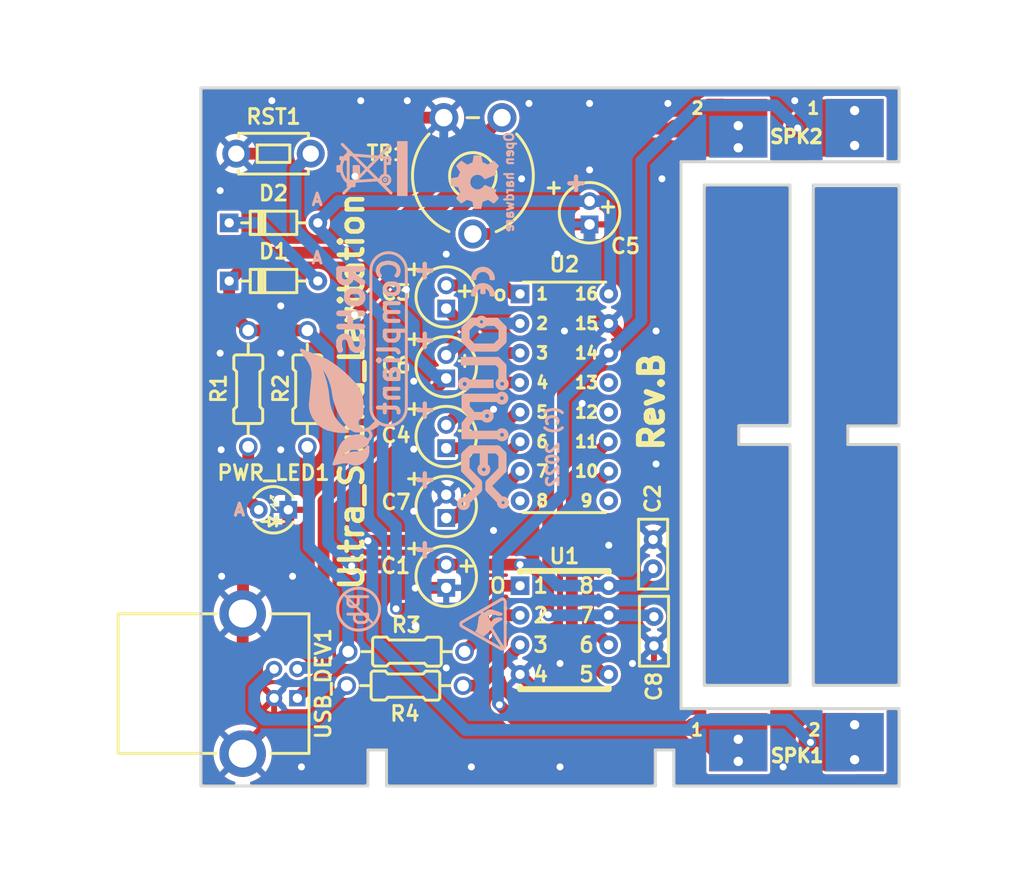
<source format=kicad_pcb>
(kicad_pcb (version 20221018) (generator pcbnew)
  (title_block (title "Ultra Sound Livitation") (date "25.08.2022") (rev "A") (company "OLIMEX LTD, Bulgaria") (comment 1 "(C) 2022"))
  (layers (0 "F.Cu" signal) (31 "B.Cu" signal) (34 "B.Paste" user) (35 "F.Paste" user) (36 "B.SilkS" user "B.Silkscreen") (37 "F.SilkS" user "F.Silkscreen") (38 "B.Mask" user) (39 "F.Mask" user) (44 "Edge.Cuts" user))
  (net 0 "")
  (net 1 "Net-(C1-Pad1)")
  (net 2 "GND")
  (net 3 "Net-(C3-Pad2)")
  (net 4 "Net-(C4-Pad2)")
  (net 5 "Net-(C4-Pad1)")
  (net 6 "Net-(D1-Pad2)")
  (net 7 "+5V")
  (net 8 "Net-(C6-Pad1)")
  (net 9 "PB1_OCOB")
  (net 10 "PB0_OC0A")
  (net 11 "spout1")
  (net 12 "spout2")
  (net 13 "Net-(PWR_LED1-Pad2)")
  (net 14 "Net-(C8-Pad1)")
  (net 15 "Net-(RST1-Pad2)")
  (net 16 "Net-(C3-Pad1)")
  (net 17 "Net-(C7-Pad2)")
  (net 18 "Net-(U2-Pad13)")
  (net 19 "Net-(U2-Pad12)")
  (net 20 "Net-(U2-Pad9)")
  (net 21 "Net-(U2-Pad8)")
  (net 22 "Net-(R2-Pad2)")
  (net 23 "Net-(R3-Pad2)")
  (net 24 "Net-(R4-Pad2)")
  (net 25 "Net-(R4-Pad1)")
  (footprint "OLIMEX_LEDs-FP:LED-3mm-PTH-KA" (layer "F.Cu") (at 150 89.662 180)
    (fp_text reference "PWR_LED1" (at 0 3.175) (layer "F.SilkS") (effects (font (size 1.27 1.27) (thickness 0.254))))
    (fp_text value "LED/3mm/Green")
    (pad "1" thru_hole rect (at -1.27 0 180) (size 1.524 1.524) (drill 0.8) (layers "*.Cu" "*.Mask") (net 2 "GND"))
    (pad "2" thru_hole circle (at 1.27 0 180) (size 1.524 1.524) (drill 0.8) (layers "*.Cu" "*.Mask") (net 13 "Net-(PWR_LED1-Pad2)"))
  )
  (footprint "OLIMEX_RLC-FP:R_0.25W_PTH" (layer "F.Cu") (at 161.417 101.854)
    (fp_text reference "R3" (at 0 -2.286) (layer "F.SilkS") (effects (font (size 1.27 1.27) (thickness 0.254))))
    (fp_text value "22R/0.25W")
    (pad "1" thru_hole circle (at -5 0) (size 1.6 1.6) (drill 1) (layers "*.Cu" "*.Mask") (net 22 "Net-(R2-Pad2)"))
    (pad "2" thru_hole circle (at 5 0) (size 1.6 1.6) (drill 1) (layers "*.Cu" "*.Mask") (net 23 "Net-(R3-Pad2)"))
  )
  (footprint "OLIMEX_RLC-FP:R_0.25W_PTH" (layer "F.Cu") (at 161.29 104.775)
    (fp_text reference "R4" (at 0 2.413) (layer "F.SilkS") (effects (font (size 1.27 1.27) (thickness 0.254))))
    (fp_text value "22R/0.25W")
    (pad "1" thru_hole circle (at -5 0) (size 1.6 1.6) (drill 1) (layers "*.Cu" "*.Mask") (net 25 "Net-(R4-Pad1)"))
    (pad "2" thru_hole circle (at 5 0) (size 1.6 1.6) (drill 1) (layers "*.Cu" "*.Mask") (net 24 "Net-(R4-Pad2)"))
  )
  (footprint "OLIMEX_Buttons-FP:T1101_GP-6x3x4.3" (layer "F.Cu") (at 150 59.055)
    (fp_text reference "RST1" (at 0 -3.175) (layer "F.SilkS") (effects (font (size 1.27 1.27) (thickness 0.254))))
    (fp_text value "T1101GP(6x3x4.3mm)")
    (pad "1" thru_hole circle (at -3.2 0) (size 2.4 2.4) (drill 1.4) (layers "*.Cu" "*.Mask") (net 2 "GND"))
    (pad "2" thru_hole circle (at 3.2 0) (size 2.4 2.4) (drill 1.4) (layers "*.Cu" "*.Mask") (net 15 "Net-(RST1-Pad2)"))
  )
  (footprint "OLIMEX_Devices-FP:TRIM_PIHER_PT10LV" (layer "F.Cu") (at 167.132 60.96 180)
    (fp_text reference "TR1" (at 7.382 1.96) (layer "F.SilkS") (effects (font (size 1.27 1.27) (thickness 0.254))))
    (fp_text value "TRIM PIHER PT10LV 10K+KNOB")
    (pad "1" thru_hole circle (at -2.5 5 180) (size 2.5 2.5) (drill 1.5) (layers "*.Cu" "*.Mask") (net 1 "Net-(C1-Pad1)"))
    (pad "2" thru_hole circle (at 0 -5 180) (size 2.5 2.5) (drill 1.5) (layers "*.Cu" "*.Mask") (net 14 "Net-(C8-Pad1)"))
    (pad "3" thru_hole circle (at 2.5 5 180) (size 2.5 2.5) (drill 1.5) (layers "*.Cu" "*.Mask") (net 2 "GND"))
  )
  (footprint "OLIMEX_RLC-FP:R_0.25W_PTH" (layer "F.Cu") (at 152.908 79.248 -90)
    (fp_text reference "R2" (at 0 2.286 90) (layer "F.SilkS") (effects (font (size 1.27 1.27) (thickness 0.254))))
    (fp_text value "1.5k/0.25W")
    (pad "1" thru_hole circle (at -5 0 270) (size 1.6 1.6) (drill 1) (layers "*.Cu" "*.Mask") (net 1 "Net-(C1-Pad1)"))
    (pad "2" thru_hole circle (at 5 0 270) (size 1.6 1.6) (drill 1) (layers "*.Cu" "*.Mask") (net 22 "Net-(R2-Pad2)"))
  )
  (footprint "OLIMEX_RLC-FP:R_0.25W_PTH" (layer "F.Cu") (at 147.828 79.248 -90)
    (fp_text reference "R1" (at 0 2.54 90) (layer "F.SilkS") (effects (font (size 1.27 1.27) (thickness 0.254))))
    (fp_text value "1.5k/0.25W")
    (pad "1" thru_hole circle (at -5 0 270) (size 1.6 1.6) (drill 1) (layers "*.Cu" "*.Mask") (net 1 "Net-(C1-Pad1)"))
    (pad "2" thru_hole circle (at 5 0 270) (size 1.6 1.6) (drill 1) (layers "*.Cu" "*.Mask") (net 13 "Net-(PWR_LED1-Pad2)"))
  )
  (footprint "OLIMEX_RLC-FP:CPOL-RM2mm_5x11mm_PTH" (layer "F.Cu") (at 177.165 64.135 -90)
    (fp_text reference "C5" (at 2.865 -3.085 180) (layer "F.SilkS") (effects (font (size 1.27 1.27) (thickness 0.254))))
    (fp_text value "4.7uF/50V")
    (fp_text user "+" (at -0.5 -1.5 90) (layer "F.SilkS") (effects (font (size 1.27 1.27) (thickness 0.254))))
    (fp_text user "+" (at -2.135 3.165 90) (layer "F.SilkS") (effects (font (size 1.27 1.27) (thickness 0.254))))
    (pad "1" thru_hole circle (at -1 0 270) (size 1.524 1.524) (drill 0.9) (layers "*.Cu" "*.Mask") (net 7 "+5V"))
    (pad "2" thru_hole rect (at 1 0 270) (size 1.524 1.524) (drill 0.9) (layers "*.Cu" "*.Mask") (net 2 "GND"))
  )
  (footprint "OLIMEX_RLC-FP:CPOL-RM2mm_5x11mm_PTH" (layer "F.Cu") (at 164.846 71.37 -90)
    (fp_text reference "C3" (at -0.37 4.318 180) (layer "F.SilkS") (effects (font (size 1.27 1.27) (thickness 0.254))))
    (fp_text value "4.7uF/50V")
    (fp_text user "+" (at -2.37 2.846 90) (layer "F.SilkS") (effects (font (size 1.27 1.27) (thickness 0.254))))
    (fp_text user "+" (at -0.5 -1.5 90) (layer "F.SilkS") (effects (font (size 1.27 1.27) (thickness 0.254))))
    (pad "1" thru_hole circle (at -1 0 270) (size 1.524 1.524) (drill 0.9) (layers "*.Cu" "*.Mask") (net 16 "Net-(C3-Pad1)"))
    (pad "2" thru_hole rect (at 1 0 270) (size 1.524 1.524) (drill 0.9) (layers "*.Cu" "*.Mask") (net 3 "Net-(C3-Pad2)"))
  )
  (footprint "OLIMEX_IC-FP:PDIP-8" (layer "F.Cu") (at 175 100)
    (fp_text reference "U1" (at 0 -6.35) (layer "F.SilkS") (effects (font (size 1.27 1.27) (thickness 0.254))))
    (fp_text value "ATtiny85-20PU+(DIL-8)")
    (fp_text user "3" (at -2.032 1.27) (layer "F.SilkS") (effects (font (size 1.27 1.27) (thickness 0.254))))
    (fp_text user "6" (at 1.905 1.27) (layer "F.SilkS") (effects (font (size 1.27 1.27) (thickness 0.254))))
    (fp_text user "2" (at -2.032 -1.27) (layer "F.SilkS") (effects (font (size 1.27 1.27) (thickness 0.254))))
    (fp_text user "4" (at -2.032 3.81) (layer "F.SilkS") (effects (font (size 1.27 1.27) (thickness 0.254))))
    (fp_text user "7" (at 1.905 -1.27) (layer "F.SilkS") (effects (font (size 1.27 1.27) (thickness 0.254))))
    (fp_text user "8" (at 1.905 -3.81) (layer "F.SilkS") (effects (font (size 1.27 1.27) (thickness 0.254))))
    (fp_text user "5" (at 1.905 3.81) (layer "F.SilkS") (effects (font (size 1.27 1.27) (thickness 0.254))))
    (fp_text user "O" (at -5.715 -3.81) (layer "F.SilkS") (effects (font (size 1.27 1.27) (thickness 0.254))))
    (fp_text user "1" (at -2.032 -3.81) (layer "F.SilkS") (effects (font (size 1.27 1.27) (thickness 0.254))))
    (pad "1" thru_hole rect (at -3.81 -3.81 270) (size 1.6 1.6) (drill 0.8) (layers "*.Cu" "*.Mask") (net 15 "Net-(RST1-Pad2)"))
    (pad "2" thru_hole circle (at -3.81 -1.27 270) (size 1.6 1.6) (drill 0.8) (layers "*.Cu" "*.Mask") (net 23 "Net-(R3-Pad2)"))
    (pad "3" thru_hole circle (at -3.81 1.27 270) (size 1.6 1.6) (drill 0.8) (layers "*.Cu" "*.Mask") (net 24 "Net-(R4-Pad2)"))
    (pad "4" thru_hole circle (at -3.81 3.81 270) (size 1.6 1.6) (drill 0.8) (layers "*.Cu" "*.Mask") (net 2 "GND"))
    (pad "5" thru_hole circle (at 3.81 3.81 270) (size 1.6 1.6) (drill 0.8) (layers "*.Cu" "*.Mask") (net 10 "PB0_OC0A"))
    (pad "6" thru_hole circle (at 3.81 1.27 270) (size 1.6 1.6) (drill 0.8) (layers "*.Cu" "*.Mask") (net 9 "PB1_OCOB"))
    (pad "7" thru_hole circle (at 3.81 -1.27 270) (size 1.6 1.6) (drill 0.8) (layers "*.Cu" "*.Mask") (net 14 "Net-(C8-Pad1)"))
    (pad "8" thru_hole circle (at 3.81 -3.81 270) (size 1.6 1.6) (drill 0.8) (layers "*.Cu" "*.Mask") (net 1 "Net-(C1-Pad1)"))
  )
  (footprint "OLIMEX_IC-FP:PDIP-16" (layer "F.Cu") (at 175 80)
    (fp_text reference "U2" (at 0 -11.43) (layer "F.SilkS") (effects (font (size 1.27 1.27) (thickness 0.254))))
    (fp_text value "MAX232EN+(DIL-16)")
    (fp_text user "13" (at 1.905 -1.27) (layer "F.SilkS") (effects (font (size 1.016 1.016) (thickness 0.254))))
    (fp_text user "11" (at 1.905 3.81) (layer "F.SilkS") (effects (font (size 1.016 1.016) (thickness 0.254))))
    (fp_text user "7" (at -1.905 6.35) (layer "F.SilkS") (effects (font (size 1.016 1.016) (thickness 0.254))))
    (fp_text user "15" (at 1.905 -6.35) (layer "F.SilkS") (effects (font (size 1.016 1.016) (thickness 0.254))))
    (fp_text user "3" (at -1.905 -3.81) (layer "F.SilkS") (effects (font (size 1.016 1.016) (thickness 0.254))))
    (fp_text user "14" (at 1.905 -3.81) (layer "F.SilkS") (effects (font (size 1.016 1.016) (thickness 0.254))))
    (fp_text user "4" (at -1.905 -1.27) (layer "F.SilkS") (effects (font (size 1.016 1.016) (thickness 0.254))))
    (fp_text user "6" (at -1.905 3.81) (layer "F.SilkS") (effects (font (size 1.016 1.016) (thickness 0.254))))
    (fp_text user "5" (at -1.905 1.27) (layer "F.SilkS") (effects (font (size 1.016 1.016) (thickness 0.254))))
    (fp_text user "o" (at -5.53 -8.95) (layer "F.SilkS") (effects (font (size 1.27 1.27) (thickness 0.254))))
    (fp_text user "16" (at 1.905 -8.89) (layer "F.SilkS") (effects (font (size 1.016 1.016) (thickness 0.254))))
    (fp_text user "8" (at -1.905 8.89) (layer "F.SilkS") (effects (font (size 1.016 1.016) (thickness 0.254))))
    (fp_text user "10" (at 1.905 6.35) (layer "F.SilkS") (effects (font (size 1.016 1.016) (thickness 0.254))))
    (fp_text user "2" (at -1.905 -6.35) (layer "F.SilkS") (effects (font (size 1.016 1.016) (thickness 0.254))))
    (fp_text user "9" (at 1.905 8.89) (layer "F.SilkS") (effects (font (size 1.016 1.016) (thickness 0.254))))
    (fp_text user "1" (at -1.905 -8.89) (layer "F.SilkS") (effects (font (size 1.016 1.016) (thickness 0.254))))
    (fp_text user "12" (at 1.905 1.27) (layer "F.SilkS") (effects (font (size 1.016 1.016) (thickness 0.254))))
    (pad "1" thru_hole rect (at -3.81 -8.89) (size 1.6 1.6) (drill 0.8) (layers "*.Cu" "*.Mask") (net 16 "Net-(C3-Pad1)"))
    (pad "2" thru_hole circle (at -3.81 -6.35) (size 1.6 1.6) (drill 0.8) (layers "*.Cu" "*.Mask") (net 8 "Net-(C6-Pad1)"))
    (pad "3" thru_hole circle (at -3.81 -3.81) (size 1.6 1.6) (drill 0.8) (layers "*.Cu" "*.Mask") (net 3 "Net-(C3-Pad2)"))
    (pad "4" thru_hole circle (at -3.84 -1.27) (size 1.6 1.6) (drill 0.8) (layers "*.Cu" "*.Mask") (net 5 "Net-(C4-Pad1)"))
    (pad "5" thru_hole circle (at -3.81 1.27) (size 1.6 1.6) (drill 0.8) (layers "*.Cu" "*.Mask") (net 4 "Net-(C4-Pad2)"))
    (pad "6" thru_hole circle (at -3.81 3.81) (size 1.6 1.6) (drill 0.8) (layers "*.Cu" "*.Mask") (net 17 "Net-(C7-Pad2)"))
    (pad "7" thru_hole circle (at -3.81 6.35) (size 1.6 1.6) (drill 0.8) (layers "*.Cu" "*.Mask") (net 12 "spout2"))
    (pad "8" thru_hole circle (at -3.81 8.89) (size 1.6 1.6) (drill 0.8) (layers "*.Cu" "*.Mask") (net 21 "Net-(U2-Pad8)"))
    (pad "9" thru_hole circle (at 3.81 8.89) (size 1.6 1.6) (drill 0.8) (layers "*.Cu" "*.Mask") (net 20 "Net-(U2-Pad9)"))
    (pad "10" thru_hole circle (at 3.81 6.35) (size 1.6 1.6) (drill 0.8) (layers "*.Cu" "*.Mask") (net 9 "PB1_OCOB"))
    (pad "11" thru_hole circle (at 3.78 3.81) (size 1.6 1.6) (drill 0.8) (layers "*.Cu" "*.Mask") (net 10 "PB0_OC0A"))
    (pad "12" thru_hole circle (at 3.81 1.27) (size 1.6 1.6) (drill 0.8) (layers "*.Cu" "*.Mask") (net 19 "Net-(U2-Pad12)"))
    (pad "13" thru_hole circle (at 3.81 -1.27) (size 1.6 1.6) (drill 0.8) (layers "*.Cu" "*.Mask") (net 18 "Net-(U2-Pad13)"))
    (pad "14" thru_hole circle (at 3.81 -3.81) (size 1.6 1.6) (drill 0.8) (layers "*.Cu" "*.Mask") (net 11 "spout1"))
    (pad "15" thru_hole circle (at 3.81 -6.35) (size 1.6 1.6) (drill 0.8) (layers "*.Cu" "*.Mask") (net 2 "GND"))
    (pad "16" thru_hole circle (at 3.81 -8.89) (size 1.6 1.6) (drill 0.8) (layers "*.Cu" "*.Mask") (net 7 "+5V"))
  )
  (footprint "OLIMEX_Diodes-FP:DO35_1K_2A" (layer "F.Cu") (at 150 70)
    (fp_text reference "D1" (at 0 -2.54) (layer "F.SilkS") (effects (font (size 1.27 1.27) (thickness 0.254))))
    (fp_text value "1N4148/DO35")
    (pad "1" thru_hole rect (at -3.81 0) (size 1.6 1.6) (drill 0.8) (layers "*.Cu" "*.Mask") (net 1 "Net-(C1-Pad1)"))
    (pad "2" thru_hole circle (at 3.81 0) (size 1.6 1.6) (drill 0.8) (layers "*.Cu" "*.Mask") (net 6 "Net-(D1-Pad2)"))
  )
  (footprint "OLIMEX_Diodes-FP:DO35_1K_2A" (layer "F.Cu") (at 150 65)
    (fp_text reference "D2" (at 0 -2.54) (layer "F.SilkS") (effects (font (size 1.27 1.27) (thickness 0.254))))
    (fp_text value "1N4148/DO35")
    (pad "1" thru_hole rect (at -3.81 0) (size 1.6 1.6) (drill 0.8) (layers "*.Cu" "*.Mask") (net 6 "Net-(D1-Pad2)"))
    (pad "2" thru_hole circle (at 3.81 0) (size 1.6 1.6) (drill 0.8) (layers "*.Cu" "*.Mask") (net 7 "+5V"))
  )
  (footprint "OLIMEX_RLC-FP:C2010" (layer "F.Cu") (at 182.7 100.1 -90)
    (fp_text reference "C8" (at 4.75 0 270) (layer "F.SilkS") (effects (font (size 1.27 1.27) (thickness 0.254))))
    (fp_text value "100nF/25V/2010")
    (pad "1" thru_hole circle (at -1.25 0 270) (size 1.6 1.6) (drill 0.8) (layers "*.Cu" "*.Mask") (net 14 "Net-(C8-Pad1)"))
    (pad "2" thru_hole circle (at 1.25 0 270) (size 1.6 1.6) (drill 0.8) (layers "*.Cu" "*.Mask") (net 2 "GND"))
  )
  (footprint "OLIMEX_RLC-FP:CPOL-RM2mm_5x11mm_PTH" (layer "F.Cu") (at 164.846 95.37 -90)
    (fp_text reference "C1" (at -0.87 4.346 180) (layer "F.SilkS") (effects (font (size 1.27 1.27) (thickness 0.254))))
    (fp_text value "4.7uF/50V")
    (fp_text user "+" (at -0.87 -1.654 90) (layer "F.SilkS") (effects (font (size 1.27 1.27) (thickness 0.254))))
    (fp_text user "+" (at -2.37 2.846 90) (layer "F.SilkS") (effects (font (size 1.27 1.27) (thickness 0.254))))
    (pad "1" thru_hole circle (at -1 0 270) (size 1.524 1.524) (drill 0.9) (layers "*.Cu" "*.Mask") (net 1 "Net-(C1-Pad1)"))
    (pad "2" thru_hole rect (at 1 0 270) (size 1.524 1.524) (drill 0.9) (layers "*.Cu" "*.Mask") (net 2 "GND"))
  )
  (footprint "OLIMEX_Devices-FP:SPEAKER_ULTRASONIC" (layer "F.Cu") (at 194.945 65.85 180)
    (fp_text reference "SPK2" (at 0 8.255) (layer "F.SilkS") (effects (font (size 1.143 1.143) (thickness 0.28575))))
    (fp_text value "ULTRASONIC?")
    (fp_text user "2" (at 8.495 10.7) (layer "F.SilkS") (effects (font (size 1.016 1.016) (thickness 0.254))))
    (fp_text user "1" (at -1.455 10.7) (layer "F.SilkS") (effects (font (size 1.016 1.016) (thickness 0.254))))
    (pad "1" thru_hole circle (at -5 7.5 180) (size 1.2 1.2) (drill 0.8) (layers "*.Cu" "*.Mask") (net 11 "spout1"))
    (pad "1" smd rect (at -5 9 180) (size 5 5) (layers "F.Cu") (net 11 "spout1"))
    (pad "1" smd rect (at -5 9 180) (size 5 5) (layers "B.Cu") (net 11 "spout1"))
    (pad "1" thru_hole circle (at -5 10.5 180) (size 1.2 1.2) (drill 0.8) (layers "*.Cu" "*.Mask") (net 11 "spout1"))
    (pad "2" thru_hole circle (at 5 7.3 180) (size 1.2 1.2) (drill 0.8) (layers "*.Cu" "*.Mask") (net 12 "spout2"))
    (pad "2" smd rect (at 5 8.25 180) (size 5 3.6) (layers "B.Cu") (net 12 "spout2"))
    (pad "2" smd rect (at 5 9 180) (size 5 5) (layers "F.Cu") (net 12 "spout2"))
    (pad "2" thru_hole circle (at 5 9.2 180) (size 1.2 1.2) (drill 0.8) (layers "*.Cu" "*.Mask") (net 12 "spout2"))
  )
  (footprint "OLIMEX_RLC-FP:CPOL-RM2mm_5x11mm_PTH" (layer "F.Cu") (at 164.846 77.37 -90)
    (fp_text reference "C6" (at -0.12 4.318 180) (layer "F.SilkS") (effects (font (size 1.27 1.27) (thickness 0.254))))
    (fp_text value "4.7uF/50V")
    (fp_text user "+" (at -2.37 2.846 90) (layer "F.SilkS") (effects (font (size 1.27 1.27) (thickness 0.254))))
    (fp_text user "+" (at -0.5 -1.5 90) (layer "F.SilkS") (effects (font (size 1.27 1.27) (thickness 0.254))))
    (pad "1" thru_hole circle (at -1 0 270) (size 1.524 1.524) (drill 0.9) (layers "*.Cu" "*.Mask") (net 8 "Net-(C6-Pad1)"))
    (pad "2" thru_hole rect (at 1 0 270) (size 1.524 1.524) (drill 0.9) (layers "*.Cu" "*.Mask") (net 7 "+5V"))
  )
  (footprint "OLIMEX_RLC-FP:CPOL-RM2mm_5x11mm_PTH" (layer "F.Cu") (at 164.846 89.37 -90)
    (fp_text reference "C7" (at -0.37 4.318 180) (layer "F.SilkS") (effects (font (size 1.27 1.27) (thickness 0.254))))
    (fp_text value "4.7uF/50V")
    (fp_text user "+" (at -0.5 -1.5 90) (layer "F.SilkS") (effects (font (size 1.27 1.27) (thickness 0.254))))
    (fp_text user "+" (at -2.37 2.846 90) (layer "F.SilkS") (effects (font (size 1.27 1.27) (thickness 0.254))))
    (pad "1" thru_hole circle (at -1 0 270) (size 1.524 1.524) (drill 0.9) (layers "*.Cu" "*.Mask") (net 2 "GND"))
    (pad "2" thru_hole rect (at 1 0 270) (size 1.524 1.524) (drill 0.9) (layers "*.Cu" "*.Mask") (net 17 "Net-(C7-Pad2)"))
  )
  (footprint "OLIMEX_RLC-FP:CPOL-RM2mm_5x11mm_PTH" (layer "F.Cu") (at 164.846 83.37 -90)
    (fp_text reference "C4" (at -0.12 4.318 180) (layer "F.SilkS") (effects (font (size 1.27 1.27) (thickness 0.254))))
    (fp_text value "4.7uF/50V")
    (fp_text user "+" (at -2.37 2.846 90) (layer "F.SilkS") (effects (font (size 1.27 1.27) (thickness 0.254))))
    (fp_text user "+" (at -0.5 -1.5 90) (layer "F.SilkS") (effects (font (size 1.27 1.27) (thickness 0.254))))
    (pad "1" thru_hole circle (at -1 0 270) (size 1.524 1.524) (drill 0.9) (layers "*.Cu" "*.Mask") (net 5 "Net-(C4-Pad1)"))
    (pad "2" thru_hole rect (at 1 0 270) (size 1.524 1.524) (drill 0.9) (layers "*.Cu" "*.Mask") (net 4 "Net-(C4-Pad2)"))
  )
  (footprint "OLIMEX_Devices-FP:SPEAKER_ULTRASONIC" (layer "F.Cu") (at 194.945 100.638)
    (fp_text reference "SPK1" (at 0.055 10.162) (layer "F.SilkS") (effects (font (size 1.143 1.143) (thickness 0.28575))))
    (fp_text value "ULTRASONIC?")
    (fp_text user "2" (at 1.555 7.947) (layer "F.SilkS") (effects (font (size 1.016 1.016) (thickness 0.254))))
    (fp_text user "1" (at -8.545 7.947) (layer "F.SilkS") (effects (font (size 1.016 1.016) (thickness 0.254))))
    (pad "1" thru_hole circle (at -5 8.75) (size 1.2 1.2) (drill 0.8) (layers "*.Cu" "*.Mask") (net 11 "spout1"))
    (pad "1" smd rect (at -5 9) (size 5 5) (layers "F.Cu") (net 11 "spout1"))
    (pad "1" smd rect (at -5 9.7) (size 5 3.6) (layers "B.Cu") (net 11 "spout1"))
    (pad "1" thru_hole circle (at -5 10.65) (size 1.2 1.2) (drill 0.8) (layers "*.Cu" "*.Mask") (net 11 "spout1"))
    (pad "2" thru_hole circle (at 5 7.5) (size 1.2 1.2) (drill 0.8) (layers "*.Cu" "*.Mask") (net 12 "spout2"))
    (pad "2" smd rect (at 5 9) (size 5 5) (layers "F.Cu") (net 12 "spout2"))
    (pad "2" smd rect (at 5 9) (size 5 5) (layers "B.Cu") (net 12 "spout2"))
    (pad "2" thru_hole circle (at 5 10.5) (size 1.2 1.2) (drill 0.8) (layers "*.Cu" "*.Mask") (net 12 "spout2"))
  )
  (footprint "OLIMEX_RLC-FP:C2010" (layer "F.Cu") (at 182.626 93.472 90)
    (fp_text reference "C2" (at 4.772 -0.026 270) (layer "F.SilkS") (effects (font (size 1.27 1.27) (thickness 0.254))))
    (fp_text value "100nF/25V/2010")
    (pad "1" thru_hole circle (at -1.25 0 90) (size 1.6 1.6) (drill 0.8) (layers "*.Cu" "*.Mask") (net 1 "Net-(C1-Pad1)"))
    (pad "2" thru_hole circle (at 1.25 0 90) (size 1.6 1.6) (drill 0.8) (layers "*.Cu" "*.Mask") (net 2 "GND"))
  )
  (footprint "OLIMEX_Connectors-FP:USB-B(USB-SRWH-4B-LF)" (layer "F.Cu") (at 144.75 104.6 -90)
    (fp_text reference "USB_DEV1" (at 0 -9.525 90) (layer "F.SilkS") (effects (font (size 1.27 1.27) (thickness 0.254))))
    (fp_text value "USB-B(USB-SRWH-4B-LF)")
    (pad "0" thru_hole circle (at -6.02 -2.6 270) (size 4 4) (drill 2.4) (layers "*.Cu" "*.Mask") (net 2 "GND"))
    (pad "0" thru_hole circle (at 6.02 -2.6 270) (size 4 4) (drill 2.4) (layers "*.Cu" "*.Mask") (net 2 "GND"))
    (pad "1" thru_hole rect (at 1.25 -7.3 270) (size 1.4 1.4) (drill 0.8) (layers "*.Cu" "*.Mask") (net 7 "+5V"))
    (pad "2" thru_hole circle (at -1.25 -7.3 270) (size 1.4 1.4) (drill 0.8) (layers "*.Cu" "*.Mask") (net 22 "Net-(R2-Pad2)"))
    (pad "3" thru_hole circle (at -1.25 -5.3 270) (size 1.4 1.4) (drill 0.8) (layers "*.Cu" "*.Mask") (net 25 "Net-(R4-Pad1)"))
    (pad "4" thru_hole circle (at 1.25 -5.3 270) (size 1.4 1.4) (drill 0.8) (layers "*.Cu" "*.Mask") (net 2 "GND"))
  )
  (footprint "OLIMEX_Signs-FP:Logo_OLIMEX_TB" (layer "B.Cu") (at 168 81.5 -90)
    (fp_text reference "Logo_OLIMEX_TB" hide)
    (fp_text value "Logo_OLIMEX_TB" hide)
  )
  (footprint "OLIMEX_Signs-FP:CE_Sign_Small" (layer "B.Cu") (at 168 70.5 -90)
    (fp_text reference "Sign_CE_Small" hide)
    (fp_text value "CE_Sign_Small" hide)
  )
  (footprint "OLIMEX_Signs-FP:Sign_RecycleBin_1" (layer "B.Cu") (at 161.5 58 -90)
    (fp_text reference "Sign_RecycleBin_1" hide)
    (fp_text value "Sign_RecycleBin_1" hide)
  )
  (footprint "OLIMEX_Signs-FP:Sign_OSHW_7.3x6.0mmn" (layer "B.Cu") (at 168 61.5 -90)
    (fp_text reference "Sign_OSHW_7.3x6.0mm" hide)
    (fp_text value "Sign_OSHW_7.3x6.0mm" hide)
    (fp_text user "Open hardware" (at 0 -2.25 270) (layer "B.SilkS") (effects (font (size 0.762 0.762) (thickness 0.1905)) (justify mirror)))
  )
  (footprint "OLIMEX_Signs-FP:Sign_RoHS_1" (layer "B.Cu") (at 160.782 68.58 -90)
    (fp_text reference "Sign_RoHS_1" hide)
    (fp_text value "Sign_RoHS_1" hide)
    (fp_text user "RoHS" (at 3.81508 4.04368 90) (layer "B.SilkS") (effects (font (size 2 2) (thickness 0.5)) (justify mirror)))
    (fp_text user "Compliant" (at 6.20014 0.8382 90) (layer "B.SilkS") (effects (font (size 1.778 1.778) (thickness 0.35)) (justify mirror)))
  )
  (footprint "OLIMEX_Signs-FP:Sign_Antistatic_4.5mmX2.8mm" (layer "B.Cu") (at 168 99.5 -90)
    (fp_text reference "Sign_Antistatic_Small")
    (fp_text value "Sign_Antistatic")
  )
  (footprint "OLIMEX_Signs-FP:Sign_PB-Free" (layer "B.Cu") (at 157 98 90)
    (fp_text reference "Sign_PB-Free")
    (fp_text value "Sign_PB-Free")
    (fp_text user "Pb" (at -0.2032 0.31496 90) (layer "B.SilkS") (effects (font (size 1.7 1.5) (thickness 0.254)) (justify mirror)))
  )
  (gr_line (start 182.813 110.2995) (end 184.413 110.2995) (stroke (width 0.254)) (layer "Edge.Cuts"))
  (gr_line (start 158.113 110.2995) (end 159.713 110.2995) (stroke (width 0.254)) (layer "Edge.Cuts"))
  (gr_line (start 159.713 110.2995) (end 159.713 113.4) (stroke (width 0.254)) (layer "Edge.Cuts"))
  (gr_line (start 159.713 113.4) (end 182.813 113.4) (stroke (width 0.254)) (layer "Edge.Cuts"))
  (gr_line (start 203.763 106.75) (end 203.763 113.4) (stroke (width 0.254)) (layer "Edge.Cuts"))
  (gr_line (start 184.413 110.2995) (end 184.413 113.4) (stroke (width 0.254)) (layer "Edge.Cuts"))
  (gr_line (start 143.763 53.4) (end 143.763 113.4) (stroke (width 0.254)) (layer "Edge.Cuts"))
  (gr_line (start 203.763 82.45) (end 199.36 82.45) (stroke (width 0.254)) (layer "Edge.Cuts"))
  (gr_line (start 199.36 82.45) (end 199.36 84.05) (stroke (width 0.254)) (layer "Edge.Cuts"))
  (gr_line (start 203.763 84.05) (end 199.36 84.05) (stroke (width 0.254)) (layer "Edge.Cuts"))
  (gr_line (start 185.018 59.75) (end 203.763 59.75) (stroke (width 0.254)) (layer "Edge.Cuts"))
  (gr_line (start 203.763 53.4) (end 203.763 59.75) (stroke (width 0.254)) (layer "Edge.Cuts"))
  (gr_line (start 185.018 106.75) (end 203.763 106.75) (stroke (width 0.254)) (layer "Edge.Cuts"))
  (gr_line (start 187.018 61.75) (end 187.018 104.75) (stroke (width 0.254)) (layer "Edge.Cuts"))
  (gr_line (start 187.018 61.75) (end 194.39 61.75) (stroke (width 0.254)) (layer "Edge.Cuts"))
  (gr_line (start 203.763 82.45) (end 203.763 61.75) (stroke (width 0.254)) (layer "Edge.Cuts"))
  (gr_line (start 203.763 104.75) (end 203.763 84.05) (stroke (width 0.254)) (layer "Edge.Cuts"))
  (gr_line (start 194.39 104.75) (end 194.39 84.05) (stroke (width 0.254)) (layer "Edge.Cuts"))
  (gr_line (start 187.018 104.75) (end 194.39 104.75) (stroke (width 0.254)) (layer "Edge.Cuts"))
  (gr_line (start 196.39 61.75) (end 196.39 104.75) (stroke (width 0.254)) (layer "Edge.Cuts"))
  (gr_line (start 196.39 104.75) (end 203.763 104.75) (stroke (width 0.254)) (layer "Edge.Cuts"))
  (gr_line (start 196.39 61.75) (end 203.763 61.75) (stroke (width 0.254)) (layer "Edge.Cuts"))
  (gr_line (start 194.39 82.45) (end 194.39 61.75) (stroke (width 0.254)) (layer "Edge.Cuts"))
  (gr_line (start 194.39 82.45) (end 189.988 82.45) (stroke (width 0.254)) (layer "Edge.Cuts"))
  (gr_line (start 189.988 82.45) (end 189.988 84.05) (stroke (width 0.254)) (layer "Edge.Cuts"))
  (gr_line (start 194.39 84.05) (end 189.988 84.05) (stroke (width 0.254)) (layer "Edge.Cuts"))
  (gr_line (start 143.763 113.4) (end 158.113 113.4) (stroke (width 0.254)) (layer "Edge.Cuts"))
  (gr_line (start 184.413 113.4) (end 203.763 113.4) (stroke (width 0.254)) (layer "Edge.Cuts"))
  (gr_line (start 158.113 110.2995) (end 158.113 113.4) (stroke (width 0.254)) (layer "Edge.Cuts"))
  (gr_line (start 182.813 110.2995) (end 182.813 113.4) (stroke (width 0.254)) (layer "Edge.Cuts"))
  (gr_line (start 143.763 53.4) (end 203.763 53.4) (stroke (width 0.254)) (layer "Edge.Cuts"))
  (gr_line (start 185.018 59.75) (end 185.018 106.75) (stroke (width 0.254)) (layer "Edge.Cuts"))
  (gr_text "+" (at 176 61.5) (layer "B.SilkS") (effects (font (size 1.5 1.5) (thickness 0.375)) (justify mirror)))
  (gr_text "+" (at 163 69) (layer "B.SilkS") (effects (font (size 1.5 1.5) (thickness 0.375)) (justify mirror)))
  (gr_text "+" (at 163 87) (layer "B.SilkS") (effects (font (size 1.5 1.5) (thickness 0.375)) (justify mirror)))
  (gr_text "+" (at 163 93) (layer "B.SilkS") (effects (font (size 1.5 1.5) (thickness 0.375)) (justify mirror)))
  (gr_text "A" (at 147.066 89.662) (layer "B.SilkS") (effects (font (size 1.016 1.016) (thickness 0.254)) (justify mirror)))
  (gr_text "+" (at 163 81) (layer "B.SilkS") (effects (font (size 1.5 1.5) (thickness 0.375)) (justify mirror)))
  (gr_text "+" (at 163 69) (layer "B.SilkS") (effects (font (size 1.5 1.5) (thickness 0.375)) (justify mirror)))
  (gr_text "A" (at 153.75 68) (layer "B.SilkS") (effects (font (size 1 1) (thickness 0.25)) (justify mirror)))
  (gr_text "(C) 2022" (at 174 84.25 90) (layer "B.SilkS") (effects (font (size 1 1) (thickness 0.25)) (justify mirror)))
  (gr_text "A" (at 153.75 63) (layer "B.SilkS") (effects (font (size 1 1) (thickness 0.25)) (justify mirror)))
  (gr_text "+" (at 163 75) (layer "B.SilkS") (effects (font (size 1.5 1.5) (thickness 0.375)) (justify mirror)))
  (gr_text "Ultra_Sound_Levitation" (at 156.718 79.502 90) (layer "F.SilkS") (effects (font (size 2 2) (thickness 0.4))))
  (gr_text "A" (at 147.066 89.662) (layer "F.SilkS") (effects (font (size 1.016 1.016) (thickness 0.254)) (justify mirror)))
  (gr_text "Rev.B" (at 182.499 80.391 90) (layer "F.SilkS") (effects (font (size 2 2) (thickness 0.5))))
  (segment (start 158.028 67.564) (end 169.632 55.96) (width 1.016) (layer "F.Cu") (net 1))
  (segment (start 159.884 94.37) (end 164.846 94.37) (width 1.016) (layer "F.Cu") (net 1))
  (segment (start 147.828 74.248) (end 147.828 74.168) (width 1.016) (layer "F.Cu") (net 1))
  (segment (start 148.626 67.564) (end 158.028 67.564) (width 1.016) (layer "F.Cu") (net 1))
  (segment (start 147.828 74.248) (end 149.686 74.248) (width 1.016) (layer "F.Cu") (net 1))
  (segment (start 159.875 94.361) (end 159.884 94.37) (width 1.016) (layer "F.Cu") (net 1))
  (segment (start 147.828 74.168) (end 146.19 72.53) (width 1.016) (layer "F.Cu") (net 1))
  (segment (start 156.718 94.488) (end 156.845 94.361) (width 1.016) (layer "F.Cu") (net 1))
  (segment (start 147.654 74.248) (end 147.828 74.248) (width 1.016) (layer "F.Cu") (net 1))
  (segment (start 156.845 94.361) (end 159.875 94.361) (width 1.016) (layer "F.Cu") (net 1))
  (segment (start 152.908 74.248) (end 149.686 74.248) (width 1.016) (layer "F.Cu") (net 1))
  (segment (start 171.187 94.37) (end 164.846 94.37) (width 1.016) (layer "F.Cu") (net 1))
  (segment (start 146.19 70) (end 148.626 67.564) (width 1.016) (layer "F.Cu") (net 1))
  (segment (start 146.19 72.53) (end 146.19 70) (width 1.016) (layer "F.Cu") (net 1))
  (segment (start 152.861 74.248) (end 152.908 74.295) (width 1.016) (layer "F.Cu") (net 1))
  (via (at 171.187 94.37) (size 1) (drill 0.6) (layers "F.Cu" "B.Cu") (net 1))
  (via (at 156.718 94.488) (size 1) (drill 0.6) (layers "F.Cu" "B.Cu") (net 1))
  (segment (start 154.686 92.456) (end 154.686 76.026) (width 1.016) (layer "B.Cu") (net 1))
  (segment (start 156.718 94.488) (end 154.686 92.456) (width 1.016) (layer "B.Cu") (net 1))
  (segment (start 172.602 94.37) (end 174.422 96.19) (width 1.016) (layer "B.Cu") (net 1))
  (segment (start 181.158 96.19) (end 178.81 96.19) (width 1.016) (layer "B.Cu") (net 1))
  (segment (start 182.626 94.722) (end 181.158 96.19) (width 1.016) (layer "B.Cu") (net 1))
  (segment (start 154.686 76.026) (end 152.908 74.248) (width 1.016) (layer "B.Cu") (net 1))
  (segment (start 174.422 96.19) (end 178.81 96.19) (width 1.016) (layer "B.Cu") (net 1))
  (segment (start 152.908 74.295) (end 152.908 74.248) (width 1.016) (layer "B.Cu") (net 1))
  (segment (start 171.187 94.37) (end 172.602 94.37) (width 1.016) (layer "B.Cu") (net 1))
  (segment (start 178.81 73.65) (end 178.298 73.65) (width 1.016) (layer "F.Cu") (net 2))
  (segment (start 147.38 109.144) (end 147.904 109.144) (width 1.016) (layer "F.Cu") (net 2))
  (segment (start 164.632 55.96) (end 151.972 55.96) (width 1.016) (layer "F.Cu") (net 2))
  (segment (start 171.323 62.357) (end 174.101 65.135) (width 1.016) (layer "F.Cu") (net 2))
  (segment (start 150.05 107.65) (end 150.05 105.85) (width 0.508) (layer "F.Cu") (net 2))
  (segment (start 147.38 95.19) (end 147.38 97.104) (width 1.016) (layer "F.Cu") (net 2))
  (segment (start 150.05 105.85) (end 147.35 103.15) (width 0.508) (layer "F.Cu") (net 2))
  (segment (start 182.7 101.35) (end 182.7 103.685) (width 0.508) (layer "F.Cu") (net 2))
  (segment (start 146.8 59.055) (end 148.877 59.055) (width 1.016) (layer "F.Cu") (net 2))
  (segment (start 177.165 65.135) (end 177.165 72.517) (width 1.016) (layer "F.Cu") (net 2))
  (segment (start 147.35 98.18) (end 147.38 98.21) (width 1.016) (layer "F.Cu") (net 2))
  (segment (start 181.473 91.069) (end 180.848 91.694) (width 0.508) (layer "F.Cu") (net 2))
  (segment (start 177.165 65.135) (end 174.101 65.135) (width 1.016) (layer "F.Cu") (net 2))
  (segment (start 182.63 101.35) (end 180.848 99.568) (width 0.508) (layer "F.Cu") (net 2))
  (segment (start 151.27 91.3) (end 147.38 95.19) (width 1.016) (layer "F.Cu") (net 2))
  (segment (start 171.323 61.214) (end 171.323 62.357) (width 1.016) (layer "F.Cu") (net 2))
  (segment (start 147.35 103.15) (end 147.35 98.18) (width 1.016) (layer "F.Cu") (net 2))
  (segment (start 151.27 89.662) (end 151.27 91.3) (width 1.016) (layer "F.Cu") (net 2))
  (segment (start 180.848 99.568) (end 180.848 94.742) (width 1.016) (layer "F.Cu") (net 2))
  (segment (start 153.543 111.76) (end 152.4 111.76) (width 1.016) (layer "F.Cu") (net 2))
  (segment (start 180.848 78.232) (end 180.848 92.075) (width 1.016) (layer "F.Cu") (net 2))
  (segment (start 147.38 98.21) (end 147.38 98.28) (width 1.016) (layer "F.Cu") (net 2))
  (segment (start 173.552 106.172) (end 180.213 106.172) (width 1.016) (layer "F.Cu") (net 2))
  (segment (start 162.202 96.37) (end 162.179 96.393) (width 1.016) (layer "F.Cu") (net 2))
  (segment (start 180.848 91.694) (end 180.848 92.075) (width 0.508) (layer "F.Cu") (net 2))
  (segment (start 164.846 96.37) (end 162.202 96.37) (width 1.016) (layer "F.Cu") (net 2))
  (segment (start 147.38 97.104) (end 146.812 97.672) (width 1.016) (layer "F.Cu") (net 2))
  (segment (start 178.81 73.65) (end 180.848 75.688) (width 1.016) (layer "F.Cu") (net 2))
  (segment (start 180.848 94.742) (end 180.848 92.075) (width 1.016) (layer "F.Cu") (net 2))
  (segment (start 180.848 75.688) (end 180.848 78.232) (width 1.016) (layer "F.Cu") (net 2))
  (segment (start 182.626 92.222) (end 181.473 91.069) (width 0.508) (layer "F.Cu") (net 2))
  (segment (start 171.19 103.81) (end 173.552 106.172) (width 1.016) (layer "F.Cu") (net 2))
  (segment (start 182.7 101.35) (end 182.63 101.35) (width 1.016) (layer "F.Cu") (net 2))
  (segment (start 148.877 59.055) (end 151.972 55.96) (width 1.016) (layer "F.Cu") (net 2))
  (segment (start 182.7 103.685) (end 180.213 106.172) (width 1.016) (layer "F.Cu") (net 2))
  (segment (start 178.298 73.65) (end 177.165 72.517) (width 1.016) (layer "F.Cu") (net 2))
  (segment (start 147.38 110.32) (end 150.05 107.65) (width 1.016) (layer "F.Cu") (net 2))
  (via (at 182.88 74.295) (size 1) (drill 0.6) (layers "F.Cu" "B.Cu") (net 2))
  (via (at 182.88 85.725) (size 1) (drill 0.6) (layers "F.Cu" "B.Cu") (net 2))
  (via (at 167.005 111.76) (size 1) (drill 0.6) (layers "F.Cu" "B.Cu") (net 2))
  (via (at 152.4 111.76) (size 1) (drill 0.6) (layers "F.Cu" "B.Cu") (net 2))
  (via (at 161.5 54.5) (size 1) (drill 0.6) (layers "F.Cu" "B.Cu") (net 2))
  (via (at 157.5 54.5) (size 1) (drill 0.6) (layers "F.Cu" "B.Cu") (net 2))
  (via (at 149.86 54.5) (size 1) (drill 0.6) (layers "F.Cu" "B.Cu") (net 2))
  (via (at 145.415 62.23) (size 1) (drill 0.6) (layers "F.Cu" "B.Cu") (net 2))
  (via (at 145.415 76.2) (size 1) (drill 0.6) (layers "F.Cu" "B.Cu") (net 2))
  (via (at 145.5 84.5) (size 1) (drill 0.6) (layers "F.Cu" "B.Cu") (net 2))
  (via (at 157 61) (size 1) (drill 0.6) (layers "F.Cu" "B.Cu") (net 2))
  (via (at 180.848 102.87) (size 1) (drill 0.6) (layers "F.Cu" "B.Cu") (net 2))
  (via (at 174.625 102.87) (size 1) (drill 0.6) (layers "F.Cu" "B.Cu") (net 2))
  (via (at 161.417 70.739) (size 1) (drill 0.6) (layers "F.Cu" "B.Cu") (net 2))
  (via (at 151.638 95.377) (size 1) (drill 0.6) (layers "F.Cu" "B.Cu") (net 2))
  (via (at 168.91 81.026) (size 1) (drill 0.6) (layers "F.Cu" "B.Cu") (net 2))
  (via (at 168.91 91.44) (size 1) (drill 0.6) (layers "F.Cu" "B.Cu") (net 2))
  (via (at 162.179 99.695) (size 1) (drill 0.6) (layers "F.Cu" "B.Cu") (net 2))
  (via (at 150.622 84.5) (size 1) (drill 0.6) (layers "F.Cu" "B.Cu") (net 2))
  (via (at 175.006 74.295) (size 1) (drill 0.6) (layers "F.Cu" "B.Cu") (net 2))
  (via (at 150.622 72.136) (size 1) (drill 0.6) (layers "F.Cu" "B.Cu") (net 2))
  (via (at 177.165 60.452) (size 1) (drill 0.6) (layers "F.Cu" "B.Cu") (net 2))
  (via (at 183.896 54.737) (size 1) (drill 0.6) (layers "F.Cu" "B.Cu") (net 2))
  (via (at 164.846 67.691) (size 1) (drill 0.6) (layers "F.Cu" "B.Cu") (net 2))
  (via (at 178.816 92.71) (size 1) (drill 0.6) (layers "F.Cu" "B.Cu") (net 2))
  (via (at 194.8 54.5) (size 1) (drill 0.6) (layers "F.Cu" "B.Cu") (net 2))
  (via (at 183.388 61.214) (size 1) (drill 0.6) (layers "F.Cu" "B.Cu") (net 2))
  (via (at 145.542 95.377) (size 1) (drill 0.6) (layers "F.Cu" "B.Cu") (net 2))
  (via (at 162.052 78.613) (size 1) (drill 0.6) (layers "F.Cu" "B.Cu") (net 2))
  (via (at 162.052 89.789) (size 1) (drill 0.6) (layers "F.Cu" "B.Cu") (net 2))
  (via (at 193.8 111.76) (size 1) (drill 0.6) (layers "F.Cu" "B.Cu") (net 2))
  (via (at 177.165 54.737) (size 1) (drill 0.6) (layers "F.Cu" "B.Cu") (net 2))
  (via (at 171.958 54.737) (size 1) (drill 0.6) (layers "F.Cu" "B.Cu") (net 2))
  (via (at 162.052 84.455) (size 1) (drill 0.6) (layers "F.Cu" "B.Cu") (net 2))
  (via (at 174.625 111.76) (size 1) (drill 0.6) (layers "F.Cu" "B.Cu") (net 2))
  (via (at 162.179 96.393) (size 1) (drill 0.6) (layers "F.Cu" "B.Cu") (net 2))
  (via (at 174.371 67.691) (size 1) (drill 0.6) (layers "F.Cu" "B.Cu") (net 2))
  (via (at 150.622 76.2) (size 1) (drill 0.6) (layers "F.Cu" "B.Cu") (net 2))
  (via (at 164.846 103.251) (size 1) (drill 0.6) (layers "F.Cu" "B.Cu") (net 2))
  (via (at 171.323 61.214) (size 1) (drill 0.6) (layers "F.Cu" "B.Cu") (net 2))
  (via (at 176.53 80.518) (size 1) (drill 0.6) (layers "F.Cu" "B.Cu") (net 2))
  (segment (start 167.132 61.214) (end 164.632 58.714) (width 1.016) (layer "B.Cu") (net 2))
  (segment (start 177.028 73.65) (end 178.81 73.65) (width 0.508) (layer "B.Cu") (net 2))
  (segment (start 171.323 61.214) (end 167.132 61.214) (width 1.016) (layer "B.Cu") (net 2))
  (segment (start 162.052 78.613) (end 162.052 84.455) (width 1.016) (layer "B.Cu") (net 2))
  (segment (start 175.514 69.215) (end 175.514 72.136) (width 1.016) (layer "B.Cu") (net 2))
  (segment (start 164.632 55.96) (end 164.632 58.714) (width 0.762) (layer "B.Cu") (net 2))
  (segment (start 164.632 55.96) (end 164.632 56.047) (width 1.016) (layer "B.Cu") (net 2))
  (segment (start 162.179 96.393) (end 162.179 89.916) (width 1.016) (layer "B.Cu") (net 2))
  (segment (start 177.165 67.564) (end 175.514 69.215) (width 1.016) (layer "B.Cu") (net 2))
  (segment (start 163.979 87.503) (end 163.322 87.503) (width 1.016) (layer "B.Cu") (net 2))
  (segment (start 162.179 89.916) (end 162.052 89.789) (width 1.016) (layer "B.Cu") (net 2))
  (segment (start 175.514 72.136) (end 177.028 73.65) (width 1.016) (layer "B.Cu") (net 2))
  (segment (start 171.12 103.81) (end 171.19 103.81) (width 1.016) (layer "B.Cu") (net 2))
  (segment (start 177.165 65.135) (end 177.165 67.564) (width 1.016) (layer "B.Cu") (net 2))
  (segment (start 162.052 86.106) (end 162.052 84.455) (width 1.016) (layer "B.Cu") (net 2))
  (segment (start 164.846 88.37) (end 163.979 87.503) (width 1.016) (layer "B.Cu") (net 2))
  (segment (start 164.846 72.37) (end 168.666 76.19) (width 1.016) (layer "F.Cu") (net 3))
  (segment (start 168.666 76.19) (end 171.19 76.19) (width 1.016) (layer "F.Cu") (net 3))
  (segment (start 167.82025 84.37) (end 170.92025 81.27) (width 1.016) (layer "F.Cu") (net 4))
  (segment (start 164.846 84.37) (end 167.82025 84.37) (width 1.016) (layer "F.Cu") (net 4))
  (segment (start 170.92025 81.27) (end 171.19 81.27) (width 1.016) (layer "F.Cu") (net 4))
  (segment (start 164.899 82.37) (end 168.539 78.73) (width 1.016) (layer "F.Cu") (net 5))
  (segment (start 164.846 82.37) (end 164.899 82.37) (width 1.016) (layer "F.Cu") (net 5))
  (segment (start 171.16 78.73) (end 168.539 78.73) (width 1.016) (layer "F.Cu") (net 5))
  (segment (start 148.81 65) (end 153.81 70) (width 1.016) (layer "B.Cu") (net 6))
  (segment (start 146.19 65) (end 148.81 65) (width 1.016) (layer "B.Cu") (net 6))
  (segment (start 152.05 105.85) (end 154.305 103.595) (width 1.016) (layer "F.Cu") (net 7))
  (segment (start 154.305 88.911) (end 164.846 78.37) (width 1.016) (layer "F.Cu") (net 7))
  (segment (start 154.305 103.595) (end 154.305 88.911) (width 1.016) (layer "F.Cu") (net 7))
  (segment (start 178.197 63.135) (end 177.165 63.135) (width 1.016) (layer "B.Cu") (net 7))
  (segment (start 155.559 63.135) (end 177.165 63.135) (width 1.016) (layer "B.Cu") (net 7))
  (segment (start 178.81 71.11) (end 178.943 70.977) (width 1.016) (layer "B.Cu") (net 7))
  (segment (start 164.1585 78.37) (end 164.846 78.37) (width 1.016) (layer "B.Cu") (net 7))
  (segment (start 153.81 64.884) (end 155.559 63.135) (width 1.016) (layer "B.Cu") (net 7))
  (segment (start 153.81 65.418) (end 162.052 73.66) (width 1.016) (layer "B.Cu") (net 7))
  (segment (start 153.81 65) (end 153.81 65.418) (width 1.016) (layer "B.Cu") (net 7))
  (segment (start 153.81 65.291) (end 153.81 65) (width 1.016) (layer "B.Cu") (net 7))
  (segment (start 153.81 65) (end 153.81 64.884) (width 1.016) (layer "B.Cu") (net 7))
  (segment (start 162.052 76.2635) (end 164.1585 78.37) (width 1.016) (layer "B.Cu") (net 7))
  (segment (start 178.943 70.977) (end 178.943 63.881) (width 1.016) (layer "B.Cu") (net 7))
  (segment (start 162.052 73.66) (end 162.052 76.2635) (width 1.016) (layer "B.Cu") (net 7))
  (segment (start 178.943 63.881) (end 178.197 63.135) (width 1.016) (layer "B.Cu") (net 7))
  (segment (start 171.19 73.65) (end 167.566 73.65) (width 1.016) (layer "B.Cu") (net 8))
  (segment (start 167.566 73.65) (end 164.846 76.37) (width 1.016) (layer "B.Cu") (net 8))
  (segment (start 177.038 99.498) (end 178.81 101.27) (width 1.016) (layer "F.Cu") (net 9))
  (segment (start 178.81 86.35) (end 177.038 88.122) (width 1.016) (layer "F.Cu") (net 9))
  (segment (start 177.038 88.122) (end 177.038 99.498) (width 1.016) (layer "F.Cu") (net 9))
  (segment (start 178.359 103.81) (end 175.641 101.092) (width 1.016) (layer "F.Cu") (net 10))
  (segment (start 178.81 103.81) (end 178.359 103.81) (width 1.016) (layer "F.Cu") (net 10))
  (segment (start 175.641 86.949) (end 178.78 83.81) (width 1.016) (layer "F.Cu") (net 10))
  (segment (start 175.641 101.092) (end 175.641 86.949) (width 1.016) (layer "F.Cu") (net 10))
  (segment (start 178.572 83.81) (end 178.78 83.81) (width 1.016) (layer "B.Cu") (net 10))
  (segment (start 178.78 83.856) (end 178.78 83.81) (width 1.016) (layer "B.Cu") (net 10))
  (segment (start 186.1 108.3) (end 188.607 108.3) (width 1.524) (layer "F.Cu") (net 11))
  (segment (start 199.945 56.85) (end 198.495 58.3) (width 2.032) (layer "F.Cu") (net 11))
  (segment (start 195.05 56.85) (end 199.945 56.85) (width 1.524) (layer "F.Cu") (net 11))
  (segment (start 196.5 58.3) (end 195.05 56.85) (width 2.032) (layer "F.Cu") (net 11))
  (segment (start 169.418 106.426) (end 171.292 108.3) (width 1.016) (layer "F.Cu") (net 11))
  (segment (start 186.1 108.3) (end 189.088 111.288) (width 1.524) (layer "F.Cu") (net 11))
  (segment (start 199.945 56.85) (end 198.495 55.4) (width 2.032) (layer "F.Cu") (net 11))
  (segment (start 188.607 108.3) (end 189.945 109.638) (width 2.032) (layer "F.Cu") (net 11))
  (segment (start 171.292 108.3) (end 186.1 108.3) (width 1.016) (layer "F.Cu") (net 11))
  (segment (start 198.495 58.3) (end 196.5 58.3) (width 2.032) (layer "F.Cu") (net 11))
  (segment (start 196.5 55.4) (end 195.05 56.85) (width 2.032) (layer "F.Cu") (net 11))
  (segment (start 189.088 111.288) (end 189.945 111.288) (width 1.524) (layer "F.Cu") (net 11))
  (segment (start 198.495 55.4) (end 196.5 55.4) (width 2.032) (layer "F.Cu") (net 11))
  (via (at 169.418 106.426) (size 1) (drill 0.6) (layers "F.Cu" "B.Cu") (net 11))
  (via (at 195.05 56.85) (size 1) (drill 0.6) (layers "F.Cu" "B.Cu") (net 11))
  (segment (start 195.05 56.85) (end 193.1 54.9) (width 1.016) (layer "B.Cu") (net 11))
  (segment (start 174.879 80.121) (end 178.81 76.19) (width 1.016) (layer "B.Cu") (net 11))
  (segment (start 186.4 54.9) (end 181.61 59.69) (width 1.016) (layer "B.Cu") (net 11))
  (segment (start 174.879 88.265) (end 174.879 80.121) (width 1.016) (layer "B.Cu") (net 11))
  (segment (start 181.61 73.39) (end 178.81 76.19) (width 1.016) (layer "B.Cu") (net 11))
  (segment (start 169.291 106.299) (end 169.291 93.853) (width 1.016) (layer "B.Cu") (net 11))
  (segment (start 169.418 106.426) (end 169.291 106.299) (width 1.016) (layer "B.Cu") (net 11))
  (segment (start 193.1 54.9) (end 186.4 54.9) (width 1.016) (layer "B.Cu") (net 11))
  (segment (start 181.61 59.69) (end 181.61 73.39) (width 1.016) (layer "B.Cu") (net 11))
  (segment (start 169.291 93.853) (end 174.879 88.265) (width 1.016) (layer "B.Cu") (net 11))
  (segment (start 199.933 109.65) (end 199.945 109.638) (width 2.032) (layer "F.Cu") (net 12))
  (segment (start 185.2 56.9) (end 187.1 58.8) (width 1.016) (layer "F.Cu") (net 12))
  (segment (start 189.895 56.9) (end 189.945 56.85) (width 2.032) (layer "F.Cu") (net 12))
  (segment (start 197.638 111.138) (end 199.945 111.138) (width 2.032) (layer "F.Cu") (net 12))
  (segment (start 187.4 55.1) (end 185.6 56.9) (width 1.524) (layer "F.Cu") (net 12))
  (segment (start 196.15 109.45) (end 197.462 108.138) (width 2.032) (layer "F.Cu") (net 12))
  (segment (start 165.862 92.329) (end 168.265408 89.925592) (width 1.016) (layer "F.Cu") (net 12))
  (segment (start 187.995 58.495) (end 186.4 56.9) (width 1.016) (layer "F.Cu") (net 12))
  (segment (start 184.5 56.9) (end 185.2 56.9) (width 1.016) (layer "F.Cu") (net 12))
  (segment (start 196.15 109.65) (end 196.15 109.45) (width 2.032) (layer "F.Cu") (net 12))
  (segment (start 196.15 109.65) (end 199.933 109.65) (width 2.032) (layer "F.Cu") (net 12))
  (segment (start 185.6 56.9) (end 184.5 56.9) (width 1.524) (layer "F.Cu") (net 12))
  (segment (start 189.945 56.85) (end 187.995 58.8) (width 1.016) (layer "F.Cu") (net 12))
  (segment (start 184.5 56.9) (end 172.97 56.9) (width 1.016) (layer "F.Cu") (net 12))
  (segment (start 187.1 58.8) (end 187.995 58.8) (width 1.016) (layer "F.Cu") (net 12))
  (segment (start 188.545 55.1) (end 187.4 55.1) (width 1.524) (layer "F.Cu") (net 12))
  (segment (start 156.972 72.898) (end 172.085 57.785) (width 1.016) (layer "F.Cu") (net 12))
  (segment (start 158.115 92.329) (end 165.862 92.329) (width 1.016) (layer "F.Cu") (net 12))
  (segment (start 186.4 56.9) (end 185.6 56.9) (width 1.016) (layer "F.Cu") (net 12))
  (segment (start 196.15 109.65) (end 197.638 111.138) (width 2.032) (layer "F.Cu") (net 12))
  (segment (start 168.265408 89.274592) (end 171.19 86.35) (width 1.016) (layer "F.Cu") (net 12))
  (segment (start 168.265408 89.925592) (end 168.265408 89.274592) (width 1.016) (layer "F.Cu") (net 12))
  (segment (start 186.4 56.9) (end 189.895 56.9) (width 2.032) (layer "F.Cu") (net 12))
  (segment (start 172.97 56.9) (end 172.085 57.785) (width 1.016) (layer "F.Cu") (net 12))
  (segment (start 197.462 108.138) (end 199.945 108.138) (width 2.032) (layer "F.Cu") (net 12))
  (segment (start 189.945 56.5) (end 188.545 55.1) (width 1.524) (layer "F.Cu") (net 12))
  (segment (start 187.995 58.8) (end 187.995 58.495) (width 1.016) (layer "F.Cu") (net 12))
  (via (at 196.15 109.65) (size 1) (drill 0.6) (layers "F.Cu" "B.Cu") (net 12))
  (via (at 156.972 72.898) (size 1) (drill 0.6) (layers "F.Cu" "B.Cu") (net 12))
  (via (at 158.115 92.329) (size 1) (drill 0.6) (layers "F.Cu" "B.Cu") (net 12))
  (segment (start 166.497 108.585) (end 185.674 108.585) (width 1.016) (layer "B.Cu") (net 12))
  (segment (start 158.496 100.584) (end 166.497 108.585) (width 1.016) (layer "B.Cu") (net 12))
  (segment (start 156.972 91.186) (end 158.115 92.329) (width 1.016) (layer "B.Cu") (net 12))
  (segment (start 186.559 107.7) (end 194.2 107.7) (width 1.016) (layer "B.Cu") (net 12))
  (segment (start 158.496 92.71) (end 158.496 100.584) (width 1.016) (layer "B.Cu") (net 12))
  (segment (start 194.2 107.7) (end 196.15 109.65) (width 1.016) (layer "B.Cu") (net 12))
  (segment (start 158.115 92.329) (end 158.496 92.71) (width 1.016) (layer "B.Cu") (net 12))
  (segment (start 156.972 72.898) (end 156.972 91.186) (width 1.016) (layer "B.Cu") (net 12))
  (segment (start 185.674 108.585) (end 186.559 107.7) (width 1.016) (layer "B.Cu") (net 12))
  (segment (start 147.828 84.248) (end 147.828 86.614) (width 1.016) (layer "F.Cu") (net 13))
  (segment (start 148.73 89.662) (end 147.828 88.76) (width 1.016) (layer "F.Cu") (net 13))
  (segment (start 147.828 88.76) (end 147.828 86.614) (width 1.016) (layer "F.Cu") (net 13))
  (segment (start 173.609 69.342) (end 170.227 65.96) (width 1.016) (layer "F.Cu") (net 14))
  (segment (start 170.227 65.96) (end 167.132 65.96) (width 1.016) (layer "F.Cu") (net 14))
  (segment (start 173.609 98.679) (end 173.609 69.342) (width 1.016) (layer "F.Cu") (net 14))
  (via (at 173.609 98.679) (size 1) (drill 0.6) (layers "F.Cu" "B.Cu") (net 14))
  (segment (start 182.58 98.73) (end 182.7 98.85) (width 1.016) (layer "B.Cu") (net 14))
  (segment (start 173.66 98.73) (end 178.81 98.73) (width 1.016) (layer "B.Cu") (net 14))
  (segment (start 178.775 98.73) (end 178.81 98.73) (width 1.016) (layer "B.Cu") (net 14))
  (segment (start 173.609 98.679) (end 173.66 98.73) (width 1.016) (layer "B.Cu") (net 14))
  (segment (start 178.81 98.73) (end 182.58 98.73) (width 1.016) (layer "B.Cu") (net 14))
  (segment (start 160.528 98.171) (end 166.751 98.171) (width 1.016) (layer "F.Cu") (net 15))
  (segment (start 166.751 98.171) (end 168.732 96.19) (width 1.016) (layer "F.Cu") (net 15))
  (segment (start 168.732 96.19) (end 171.19 96.19) (width 1.016) (layer "F.Cu") (net 15))
  (via (at 160.528 98.171) (size 1) (drill 0.6) (layers "F.Cu" "B.Cu") (net 15))
  (segment (start 153.2 59.055) (end 151.892 60.363) (width 1.016) (layer "B.Cu") (net 15))
  (segment (start 159.385 89.916) (end 160.528 91.059) (width 1.016) (layer "B.Cu") (net 15))
  (segment (start 151.892 65.57645) (end 159.385 73.06945) (width 1.016) (layer "B.Cu") (net 15))
  (segment (start 160.528 91.059) (end 160.528 98.171) (width 1.016) (layer "B.Cu") (net 15))
  (segment (start 151.892 60.363) (end 151.892 65.57645) (width 1.016) (layer "B.Cu") (net 15))
  (segment (start 159.385 73.06945) (end 159.385 89.916) (width 1.016) (layer "B.Cu") (net 15))
  (segment (start 164.846 70.37) (end 169.811 70.37) (width 1.016) (layer "F.Cu") (net 16))
  (segment (start 170.551 71.11) (end 171.19 71.11) (width 1.016) (layer "F.Cu") (net 16))
  (segment (start 169.811 70.37) (end 170.551 71.11) (width 1.016) (layer "F.Cu") (net 16))
  (segment (start 171.19 83.81) (end 171.19 83.826) (width 1.016) (layer "F.Cu") (net 17))
  (segment (start 166.624 88.376) (end 166.624 89.281) (width 1.016) (layer "F.Cu") (net 17))
  (segment (start 166.624 89.281) (end 165.535 90.37) (width 1.016) (layer "F.Cu") (net 17))
  (segment (start 171.19 83.81) (end 166.624 88.376) (width 1.016) (layer "F.Cu") (net 17))
  (segment (start 165.535 90.37) (end 164.846 90.37) (width 1.016) (layer "F.Cu") (net 17))
  (segment (start 152.908 84.248) (end 152.996733 84.336733) (width 1.016) (layer "B.Cu") (net 22))
  (segment (start 155.02 103.251) (end 156.417 101.854) (width 1.016) (layer "B.Cu") (net 22))
  (segment (start 153.035 84.375) (end 152.908 84.248) (width 1.016) (layer "B.Cu") (net 22))
  (segment (start 152.149 103.251) (end 155.02 103.251) (width 1.016) (layer "B.Cu") (net 22))
  (segment (start 152.05 103.35) (end 152.149 103.251) (width 1.016) (layer "B.Cu") (net 22))
  (segment (start 153.035 92.837) (end 153.035 84.375) (width 1.016) (layer "B.Cu") (net 22))
  (segment (start 156.417 96.219) (end 153.035 92.837) (width 1.016) (layer "B.Cu") (net 22))
  (segment (start 156.417 101.854) (end 156.417 96.219) (width 1.016) (layer "B.Cu") (net 22))
  (segment (start 166.417 101.854) (end 169.541 98.73) (width 1.016) (layer "F.Cu") (net 23))
  (segment (start 169.541 98.73) (end 171.19 98.73) (width 1.016) (layer "F.Cu") (net 23))
  (segment (start 171.19 101.352) (end 171.19 101.27) (width 1.016) (layer "F.Cu") (net 24))
  (segment (start 167.767 104.775) (end 171.19 101.352) (width 1.016) (layer "F.Cu") (net 24))
  (segment (start 166.29 104.775) (end 167.767 104.775) (width 1.016) (layer "F.Cu") (net 24))
  (segment (start 171.018 101.27) (end 171.19 101.27) (width 1.016) (layer "F.Cu") (net 24))
  (segment (start 148.336 105.064) (end 150.05 103.35) (width 1.016) (layer "B.Cu") (net 25))
  (segment (start 148.336 106.807) (end 148.336 105.064) (width 1.016) (layer "B.Cu") (net 25))
  (segment (start 153.369 107.696) (end 149.225 107.696) (width 1.016) (layer "B.Cu") (net 25))
  (segment (start 156.29 104.775) (end 153.369 107.696) (width 1.016) (layer "B.Cu") (net 25))
  (segment (start 149.225 107.696) (end 148.336 106.807) (width 1.016) (layer "B.Cu") (net 25))
  (zone (net 2) (net_name "GND") (layer "F.Cu") (connect_pads (clearance 0.254)) (min_thickness 0.254) (fill yes (thermal_gap 0.508) (thermal_bridge_width 0.5334))
    (polygon (pts (xy 214.503 121.793) (xy 126.492 121.92) (xy 127 46.228) (xy 214.503 45.847)))
  )
  (zone (net 0) (net_name "") (layer "F.Cu") (priority 1) (connect_pads (clearance 0.254)) (min_thickness 0.254) (fill yes (thermal_gap 0.508) (thermal_bridge_width 0.508))
    (polygon (pts (xy 203.6826 82.3722) (xy 199.3646 82.3722) (xy 199.3646 84.1502) (xy 203.6826 84.1502) (xy 203.6826 104.8512) (xy 196.4436 104.8512) (xy 196.4436 61.9252) (xy 203.6826 61.9252)))
  )
  (zone (net 0) (net_name "") (layer "F.Cu") (priority 1) (connect_pads (clearance 0.254)) (min_thickness 0.254) (fill yes (thermal_gap 0.508) (thermal_bridge_width 0.508))
    (polygon (pts (xy 194.31 82.296) (xy 189.992 82.296) (xy 189.992 84.074) (xy 194.31 84.074) (xy 194.31 104.775) (xy 187.071 104.775) (xy 187.071 61.849) (xy 194.31 61.849)))
  )
  (zone (net 2) (net_name "GND") (layer "B.Cu") (connect_pads (clearance 0.254)) (min_thickness 0.254) (fill yes (thermal_gap 0.508) (thermal_bridge_width 0.5334))
    (polygon (pts (xy 209.296 117.856) (xy 133.223 117.856) (xy 133.223 50.8) (xy 209.296 50.8)))
  )
  (zone (net 0) (net_name "") (layer "B.Cu") (priority 1) (connect_pads (clearance 0.254)) (min_thickness 0.254) (fill yes (thermal_gap 0.508) (thermal_bridge_width 0.508))
    (polygon (pts (xy 203.6826 82.3722) (xy 199.3646 82.3722) (xy 199.3646 84.1502) (xy 203.6826 84.1502) (xy 203.6826 104.8512) (xy 196.4436 104.8512) (xy 196.4436 61.9252) (xy 203.6826 61.9252)))
  )
  (zone (net 0) (net_name "") (layer "B.Cu") (priority 1) (connect_pads (clearance 0.254)) (min_thickness 0.254) (fill yes (thermal_gap 0.508) (thermal_bridge_width 0.508))
    (polygon (pts (xy 194.31379 82.296) (xy 189.99579 82.296) (xy 189.99579 84.074) (xy 194.31379 84.074) (xy 194.31379 104.775) (xy 187.07479 104.775) (xy 187.07479 61.849) (xy 194.31379 61.849)))
  )
)
</source>
